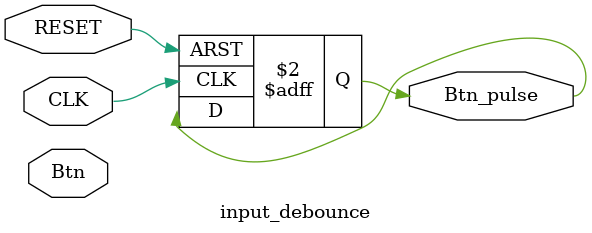
<source format=v>


module input_debounce(
	input CLK,         // should be at about 24.4 kHz
	input RESET,
    input Btn,
    output reg Btn_pulse);

localparam INIT = 3'b000, WQ = 3'b001, SCEN_St = 3'b010, CCR = 3'b011, WFCR = 3'b100;
reg[2:0] state;

localparam max_i = 2000; // should yield a wait time of approx 0.25s
reg[13:0] I;

always @(posedge CLK, posedge RESET)
begin
	if (RESET) begin
		Btn_pulse <= 0;
	end
	else begin
		
	end
end

endmodule
</source>
